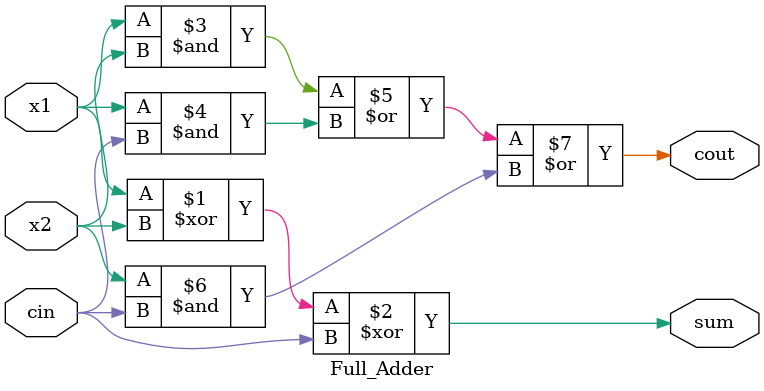
<source format=v>
`timescale 1ns / 1ps


module Full_Adder(
input x1, x2, cin,
output sum, cout
    );
    assign sum = x1 ^ x2 ^ cin;
    assign cout = (x1 & x2) | (x1 & cin) | (x2 & cin);
endmodule

</source>
